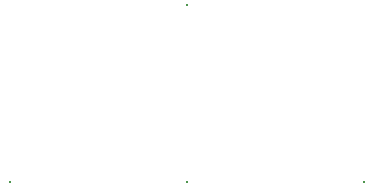
<source format=gbs>
G04*
G04 #@! TF.GenerationSoftware,Altium Limited,Altium Designer,19.1.5 (86)*
G04*
G04 Layer_Color=16711935*
%FSLAX25Y25*%
%MOIN*%
G70*
G01*
G75*
%ADD11C,0.00800*%
D11*
X-5Y39D02*
D03*
X0Y59055D02*
D03*
X-59055Y0D02*
D03*
X59055D02*
D03*
M02*

</source>
